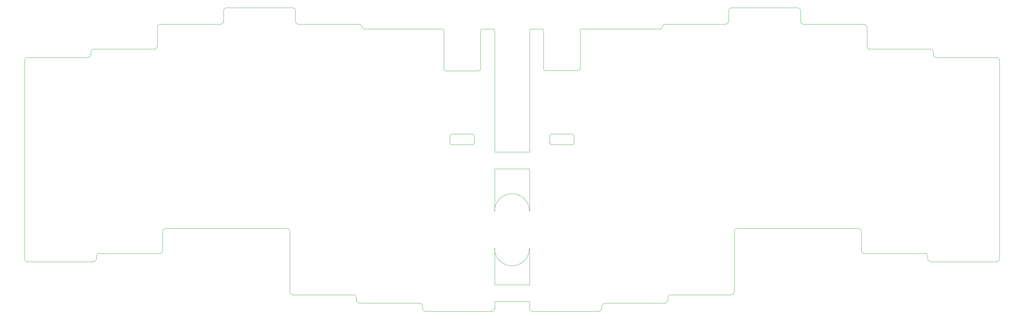
<source format=gbr>
%TF.GenerationSoftware,KiCad,Pcbnew,9.0.4*%
%TF.CreationDate,2025-09-16T20:03:49+03:00*%
%TF.ProjectId,KOMETA,4b4f4d45-5441-42e6-9b69-6361645f7063,rev?*%
%TF.SameCoordinates,Original*%
%TF.FileFunction,Profile,NP*%
%FSLAX46Y46*%
G04 Gerber Fmt 4.6, Leading zero omitted, Abs format (unit mm)*
G04 Created by KiCad (PCBNEW 9.0.4) date 2025-09-16 20:03:49*
%MOMM*%
%LPD*%
G01*
G04 APERTURE LIST*
%TA.AperFunction,Profile*%
%ADD10C,0.050000*%
%TD*%
G04 APERTURE END LIST*
D10*
X67700000Y-122500000D02*
X67700000Y-179500000D01*
X307300000Y-171600000D02*
X307300000Y-177125000D01*
X328700000Y-121700000D02*
G75*
G02*
X327900000Y-120900000I0J800000D01*
G01*
X212829575Y-113535000D02*
X215800042Y-113535000D01*
X201829575Y-113535000D02*
X198750000Y-113535000D01*
X250300000Y-113030106D02*
G75*
G02*
X249800106Y-113530100I-500000J6D01*
G01*
X270900000Y-171600000D02*
X270900000Y-189000000D01*
X189500000Y-144199195D02*
G75*
G02*
X190000000Y-143699200I500000J-5D01*
G01*
X188250000Y-125535000D02*
G75*
G02*
X187750000Y-125035000I0J500000D01*
G01*
X226800958Y-124964958D02*
X226800042Y-114034936D01*
X308100000Y-177925000D02*
G75*
G02*
X307300000Y-177125000I0J800000D01*
G01*
X224551000Y-143699195D02*
G75*
G02*
X225051005Y-144199195I0J-500005D01*
G01*
X327100000Y-119325000D02*
X309700000Y-119325000D01*
X308100000Y-112200000D02*
G75*
G02*
X308900000Y-113000000I0J-800000D01*
G01*
X67700000Y-122500000D02*
G75*
G02*
X68500000Y-121700000I800000J0D01*
G01*
X224551000Y-143699195D02*
X218551000Y-143699195D01*
X144500000Y-107450000D02*
X125500000Y-107450000D01*
X105700000Y-113000000D02*
G75*
G02*
X106500000Y-112200000I800000J0D01*
G01*
X269300000Y-111400000D02*
G75*
G02*
X268500000Y-112200000I-800000J0D01*
G01*
X180900000Y-192180000D02*
G75*
G02*
X181700000Y-192980000I0J-800000D01*
G01*
X202300000Y-165800000D02*
G75*
G02*
X207300000Y-160800000I5000000J0D01*
G01*
X187750000Y-125035000D02*
X187750000Y-114034254D01*
X89100000Y-177925000D02*
X106500000Y-177925000D01*
X327100000Y-180300000D02*
X346100000Y-180300000D01*
X86700000Y-120125000D02*
G75*
G02*
X87500000Y-119325000I800000J0D01*
G01*
X232900000Y-193475000D02*
X232900000Y-193750000D01*
X218051000Y-146199195D02*
X218051000Y-144199195D01*
X188250000Y-125535000D02*
X197750000Y-125535000D01*
X124700000Y-111400000D02*
G75*
G02*
X123900000Y-112200000I-800000J0D01*
G01*
X142900000Y-170800000D02*
G75*
G02*
X143700000Y-171600000I0J-800000D01*
G01*
X216300958Y-124965042D02*
X216300042Y-114034958D01*
X212300000Y-153624000D02*
X212300000Y-165800000D01*
X164799254Y-113500745D02*
X187250746Y-113534255D01*
X124700000Y-111400000D02*
X124700000Y-108250000D01*
X251900000Y-190600000D02*
X251900000Y-191380000D01*
X207300000Y-181500000D02*
G75*
G02*
X202300000Y-176500000I0J5000000D01*
G01*
X105700000Y-118525000D02*
X105700000Y-113000000D01*
X189500000Y-146199195D02*
X189500000Y-144199195D01*
X269300000Y-108250000D02*
G75*
G02*
X270100000Y-107450000I800000J0D01*
G01*
X190000000Y-146699195D02*
G75*
G02*
X189500005Y-146199195I0J499995D01*
G01*
X202300000Y-193750000D02*
X202300000Y-191750000D01*
X252700000Y-189800000D02*
X270100000Y-189800000D01*
X202300000Y-193750000D02*
G75*
G02*
X201500000Y-194550000I-800000J0D01*
G01*
X251900000Y-191380000D02*
G75*
G02*
X251100000Y-192180000I-800000J0D01*
G01*
X212300000Y-193750000D02*
X212300000Y-191750000D01*
X86700000Y-120900000D02*
X86700000Y-120125000D01*
X87500000Y-180300000D02*
X68500000Y-180300000D01*
X218051000Y-144199195D02*
G75*
G02*
X218551000Y-143699200I500000J-5D01*
G01*
X87500000Y-119325000D02*
X104900000Y-119325000D01*
X251100000Y-112200000D02*
X268500000Y-112200000D01*
X327100000Y-119325000D02*
G75*
G02*
X327900000Y-120125000I0J-800000D01*
G01*
X105700000Y-118525000D02*
G75*
G02*
X104900000Y-119325000I-800000J0D01*
G01*
X107300000Y-171600000D02*
X107300000Y-177125000D01*
X232900000Y-193475000D02*
G75*
G02*
X234200000Y-192175000I1300000J0D01*
G01*
X163500000Y-192175000D02*
G75*
G02*
X162700000Y-191375000I0J800000D01*
G01*
X212329575Y-114034575D02*
G75*
G02*
X212829575Y-113534975I500025J-425D01*
G01*
X226800958Y-124964958D02*
G75*
G02*
X226300958Y-125465058I-500058J-42D01*
G01*
X164799254Y-113500745D02*
G75*
G02*
X164300054Y-113000746I746J499945D01*
G01*
X144500000Y-189800000D02*
G75*
G02*
X143700000Y-189000000I0J800000D01*
G01*
X289900000Y-111400000D02*
X289900000Y-108250000D01*
X142900000Y-170800000D02*
X108100000Y-170800000D01*
X202300000Y-148824000D02*
X202329575Y-114035425D01*
X123900000Y-112200000D02*
X106500000Y-112200000D01*
X327900000Y-120900000D02*
X327900000Y-120125000D01*
X327100000Y-180300000D02*
G75*
G02*
X326300000Y-179500000I0J800000D01*
G01*
X146100000Y-112200000D02*
G75*
G02*
X145300000Y-111400000I0J800000D01*
G01*
X196000000Y-143699195D02*
X190000000Y-143699195D01*
X86700000Y-120900000D02*
G75*
G02*
X85900000Y-121700000I-800000J0D01*
G01*
X207300000Y-160800000D02*
G75*
G02*
X212300000Y-165800000I0J-5000000D01*
G01*
X180900000Y-192175000D02*
X163500000Y-192175000D01*
X88300000Y-178725000D02*
G75*
G02*
X89100000Y-177925000I800000J0D01*
G01*
X232100000Y-194550001D02*
X213100000Y-194550000D01*
X161900000Y-189800000D02*
G75*
G02*
X162700000Y-190600000I0J-800000D01*
G01*
X164300000Y-113000000D02*
X164300000Y-113000746D01*
X88300000Y-178725000D02*
X88300000Y-179500000D01*
X198250000Y-114035000D02*
X198250000Y-125035000D01*
X212300000Y-153624000D02*
X202300000Y-153624000D01*
X107300000Y-171600000D02*
G75*
G02*
X108100000Y-170800000I800000J0D01*
G01*
X270900000Y-189000000D02*
G75*
G02*
X270100000Y-189800000I-800000J0D01*
G01*
X212300000Y-148824000D02*
X202300000Y-148824000D01*
X325500000Y-177925000D02*
X308100000Y-177925000D01*
X202300000Y-186950000D02*
X202300000Y-176500000D01*
X225051000Y-146199195D02*
X225051000Y-144199195D01*
X250300000Y-113000000D02*
X250300000Y-113030106D01*
X143700000Y-171600000D02*
X143700000Y-189000000D01*
X162700000Y-190600000D02*
X162700000Y-191375000D01*
X181700000Y-192980000D02*
X181700000Y-193750000D01*
X88300000Y-179500000D02*
G75*
G02*
X87500000Y-180300000I-800000J0D01*
G01*
X216800958Y-125465000D02*
X226300958Y-125465000D01*
X226800042Y-114034936D02*
G75*
G02*
X227299936Y-113534842I500058J36D01*
G01*
X309700000Y-119325000D02*
G75*
G02*
X308900000Y-118525000I0J800000D01*
G01*
X198250000Y-125035000D02*
G75*
G02*
X197750000Y-125535000I-500000J0D01*
G01*
X124700000Y-108250000D02*
G75*
G02*
X125500000Y-107450000I800000J0D01*
G01*
X346900000Y-179500000D02*
G75*
G02*
X346100000Y-180300000I-800000J0D01*
G01*
X227299936Y-113534894D02*
X249800106Y-113530106D01*
X213100000Y-194550000D02*
G75*
G02*
X212300000Y-193750000I0J800000D01*
G01*
X215800042Y-113535000D02*
G75*
G02*
X216300000Y-114034958I-42J-500000D01*
G01*
X163500000Y-112200000D02*
G75*
G02*
X164300000Y-113000000I0J-800000D01*
G01*
X212300000Y-148824000D02*
X212329575Y-114034575D01*
X198250000Y-114035000D02*
G75*
G02*
X198750000Y-113535000I500000J0D01*
G01*
X201829575Y-113535000D02*
G75*
G02*
X202329600Y-114035425I25J-500000D01*
G01*
X326300000Y-178725000D02*
X326300000Y-179500000D01*
X182500000Y-194550001D02*
X201500000Y-194550000D01*
X251900000Y-190600000D02*
G75*
G02*
X252700000Y-189800000I800000J0D01*
G01*
X107300000Y-177125000D02*
G75*
G02*
X106500000Y-177925000I-800000J0D01*
G01*
X232900000Y-193750000D02*
G75*
G02*
X232100000Y-194550000I-800000J0D01*
G01*
X234200000Y-192175000D02*
X251100000Y-192175000D01*
X224551000Y-146699195D02*
X218551000Y-146699195D01*
X187250746Y-113534255D02*
G75*
G02*
X187749946Y-114034254I-746J-499945D01*
G01*
X85900000Y-121700000D02*
X68500000Y-121700000D01*
X68500000Y-180300000D02*
G75*
G02*
X67700000Y-179500000I0J800000D01*
G01*
X308900000Y-118525000D02*
X308900000Y-113000000D01*
X270100000Y-107450000D02*
X289100000Y-107450000D01*
X290700000Y-112200000D02*
X308100000Y-112200000D01*
X202300000Y-153624000D02*
X202300000Y-165800000D01*
X346100000Y-121700000D02*
G75*
G02*
X346900000Y-122500000I0J-800000D01*
G01*
X271700000Y-170800000D02*
X306500000Y-170800000D01*
X196500000Y-146199195D02*
G75*
G02*
X196000000Y-146699200I-500000J-5D01*
G01*
X145300000Y-111400000D02*
X145300000Y-108250000D01*
X346900000Y-122500000D02*
X346900000Y-179500000D01*
X212300000Y-191750000D02*
X202300000Y-191750000D01*
X306500000Y-170800000D02*
G75*
G02*
X307300000Y-171600000I0J-800000D01*
G01*
X212300000Y-186950000D02*
X202300000Y-186950000D01*
X196000000Y-143699195D02*
G75*
G02*
X196500005Y-144199195I0J-500005D01*
G01*
X325500000Y-177925000D02*
G75*
G02*
X326300000Y-178725000I0J-800000D01*
G01*
X269300000Y-111400000D02*
X269300000Y-108250000D01*
X225051000Y-146199195D02*
G75*
G02*
X224551000Y-146699200I-500000J-5D01*
G01*
X161900000Y-189800000D02*
X144500000Y-189800000D01*
X290700000Y-112200000D02*
G75*
G02*
X289900000Y-111400000I0J800000D01*
G01*
X182500000Y-194550000D02*
G75*
G02*
X181700000Y-193750000I0J800000D01*
G01*
X212300000Y-186950000D02*
X212300000Y-176500000D01*
X218551000Y-146699195D02*
G75*
G02*
X218051005Y-146199195I0J499995D01*
G01*
X250300000Y-113000000D02*
G75*
G02*
X251100000Y-112200000I800000J0D01*
G01*
X196000000Y-146699195D02*
X190000000Y-146699195D01*
X270900000Y-171600000D02*
G75*
G02*
X271700000Y-170800000I800000J0D01*
G01*
X328700000Y-121700000D02*
X346100000Y-121700000D01*
X289100000Y-107450000D02*
G75*
G02*
X289900000Y-108250000I0J-800000D01*
G01*
X216800958Y-125465000D02*
G75*
G02*
X216301000Y-124965042I42J500000D01*
G01*
X196500000Y-146199195D02*
X196500000Y-144199195D01*
X163500000Y-112200000D02*
X146100000Y-112200000D01*
X212300000Y-176500000D02*
G75*
G02*
X207300000Y-181500000I-5000000J0D01*
G01*
X144500000Y-107450000D02*
G75*
G02*
X145300000Y-108250000I0J-800000D01*
G01*
M02*

</source>
